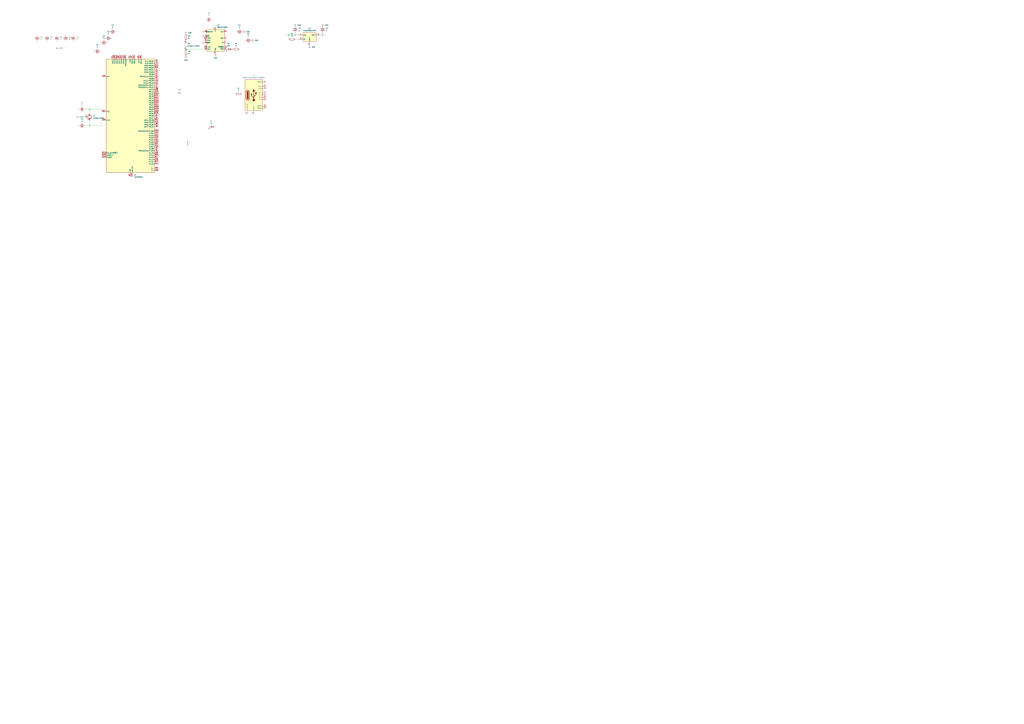
<source format=kicad_sch>
(kicad_sch (version 20211123) (generator eeschema)
  (paper "A0")
  (lib_symbols
    (symbol "Battery_Management:BQ24075RGT"
      (property "Reference" "U" (at -8.89 13.97 0))
      (property "Value" "BQ24075RGT" (at 16.51 13.97 0))
      (symbol "BQ24075RGT_0_1"
        (rectangle (start -10.16 12.7) (end 10.16 -12.7) (stroke (width 0.254)) (fill (type background)))
      )
      (symbol "BQ24075RGT_1_1"
        (pin passive line (at 12.7 -2.54 180) (length 2.54) (name "TS") (number "1"))
        (pin power_out line (at 12.7 10.16 180) (length 2.54) (name "OUT") (number "10"))
        (pin passive line (at 12.7 10.16 180) (length 2.54) hide (name "OUT") (number "11"))
        (pin passive line (at -12.7 -7.62 0) (length 2.54) (name "ILIM") (number "12"))
        (pin power_in line (at 0 15.24 270) (length 2.54) (name "IN") (number "13"))
        (pin input line (at -12.7 2.54 0) (length 2.54) (name "TMR") (number "14"))
        (pin input line (at -12.7 10.16 0) (length 2.54) (name "SYSOFF") (number "15"))
        (pin passive line (at -12.7 -10.16 0) (length 2.54) (name "ISET") (number "16"))
        (pin passive line (at 0 -15.24 90) (length 2.54) hide (name "VSS") (number "17"))
        (pin power_out line (at 12.7 2.54 180) (length 2.54) (name "BAT") (number "2"))
        (pin passive line (at 12.7 2.54 180) (length 2.54) hide (name "BAT") (number "3"))
        (pin input line (at -12.7 5.08 0) (length 2.54) (name "~{CE}") (number "4"))
        (pin input line (at -12.7 -2.54 0) (length 2.54) (name "EN2") (number "5"))
        (pin input line (at -12.7 0 0) (length 2.54) (name "EN1") (number "6"))
        (pin open_collector line (at 12.7 -7.62 180) (length 2.54) (name "~{PGOOD}") (number "7"))
        (pin power_in line (at 0 -15.24 90) (length 2.54) (name "VSS") (number "8"))
        (pin open_collector line (at 12.7 -10.16 180) (length 2.54) (name "~{CHG}") (number "9"))
      )
    )
    (symbol "Connector:USB_C_Receptacle_USB2.0" (pin_names (offset 1.016))
      (property "Reference" "J" (at -10.16 19.05 0))
      (property "Value" "USB_C_Receptacle_USB2.0" (at 19.05 19.05 0))
      (symbol "USB_C_Receptacle_USB2.0_0_0"
        (rectangle (start -0.254 -17.78) (end 0.254 -16.764))
        (rectangle (start 10.16 -14.986) (end 9.144 -15.494))
        (rectangle (start 10.16 -12.446) (end 9.144 -12.954))
        (rectangle (start 10.16 -4.826) (end 9.144 -5.334))
        (rectangle (start 10.16 -2.286) (end 9.144 -2.794))
        (rectangle (start 10.16 0.254) (end 9.144 -0.254))
        (rectangle (start 10.16 2.794) (end 9.144 2.286))
        (rectangle (start 10.16 7.874) (end 9.144 7.366))
        (rectangle (start 10.16 10.414) (end 9.144 9.906))
        (rectangle (start 10.16 15.494) (end 9.144 14.986))
      )
      (symbol "USB_C_Receptacle_USB2.0_0_1"
        (rectangle (start -10.16 17.78) (end 10.16 -17.78) (stroke (width 0.254)) (fill (type background)))
        (arc (start -8.89 -3.81) (mid -6.985 -5.715) (end -5.08 -3.81) (stroke (width 0.508)))
        (arc (start -7.62 -3.81) (mid -6.985 -4.445) (end -6.35 -3.81) (stroke (width 0.254)))
        (arc (start -7.62 -3.81) (mid -6.985 -4.445) (end -6.35 -3.81) (stroke (width 0.254)) (fill (type outline)))
        (rectangle (start -7.62 -3.81) (end -6.35 3.81) (stroke (width 0.254)) (fill (type outline)))
        (arc (start -6.35 3.81) (mid -6.985 4.445) (end -7.62 3.81) (stroke (width 0.254)))
        (arc (start -6.35 3.81) (mid -6.985 4.445) (end -7.62 3.81) (stroke (width 0.254)) (fill (type outline)))
        (arc (start -5.08 3.81) (mid -6.985 5.715) (end -8.89 3.81) (stroke (width 0.508)))
        (circle (center -2.54 1.143) (radius 0.635) (stroke (width 0.254)) (fill (type outline)))
        (circle (center 0 -5.842) (radius 1.27) (fill (type outline)))
        (polyline (pts (xy -8.89 -3.81) (xy -8.89 3.81)) (stroke (width 0.508)))
        (polyline (pts (xy -5.08 3.81) (xy -5.08 -3.81)) (stroke (width 0.508)))
        (polyline (pts (xy 0 -5.842) (xy 0 4.318)) (stroke (width 0.508)))
        (polyline (pts (xy 0 -3.302) (xy -2.54 -0.762) (xy -2.54 0.508)) (stroke (width 0.508)))
        (polyline (pts (xy 0 -2.032) (xy 2.54 0.508) (xy 2.54 1.778)) (stroke (width 0.508)))
        (polyline (pts (xy -1.27 4.318) (xy 0 6.858) (xy 1.27 4.318) (xy -1.27 4.318)) (stroke (width 0.254)) (fill (type outline)))
        (rectangle (start 1.905 1.778) (end 3.175 3.048) (stroke (width 0.254)) (fill (type outline)))
      )
      (symbol "USB_C_Receptacle_USB2.0_1_1"
        (pin passive line (at 0 -22.86 90) (length 5.08) (name "GND") (number "A1"))
        (pin passive line (at 0 -22.86 90) (length 5.08) hide (name "GND") (number "A12"))
        (pin passive line (at 15.24 15.24 180) (length 5.08) (name "VBUS") (number "A4"))
        (pin bidirectional line (at 15.24 10.16 180) (length 5.08) (name "CC1") (number "A5"))
        (pin bidirectional line (at 15.24 -2.54 180) (length 5.08) (name "D+") (number "A6"))
        (pin bidirectional line (at 15.24 2.54 180) (length 5.08) (name "D-") (number "A7"))
        (pin bidirectional line (at 15.24 -12.7 180) (length 5.08) (name "SBU1") (number "A8"))
        (pin passive line (at 15.24 15.24 180) (length 5.08) hide (name "VBUS") (number "A9"))
        (pin passive line (at 0 -22.86 90) (length 5.08) hide (name "GND") (number "B1"))
        (pin passive line (at 0 -22.86 90) (length 5.08) hide (name "GND") (number "B12"))
        (pin passive line (at 15.24 15.24 180) (length 5.08) hide (name "VBUS") (number "B4"))
        (pin bidirectional line (at 15.24 7.62 180) (length 5.08) (name "CC2") (number "B5"))
        (pin bidirectional line (at 15.24 -5.08 180) (length 5.08) (name "D+") (number "B6"))
        (pin bidirectional line (at 15.24 0 180) (length 5.08) (name "D-") (number "B7"))
        (pin bidirectional line (at 15.24 -15.24 180) (length 5.08) (name "SBU2") (number "B8"))
        (pin passive line (at 15.24 15.24 180) (length 5.08) hide (name "VBUS") (number "B9"))
        (pin passive line (at -7.62 -22.86 90) (length 5.08) (name "SHIELD") (number "S1"))
      )
    )
    (symbol "Device:C" (pin_numbers hide) (pin_names (offset 0.254))
      (property "Reference" "C" (at 0.635 2.54 0))
      (property "Value" "C" (at 0.635 -2.54 0))
      (symbol "C_0_1"
        (polyline (pts (xy -2.032 -0.762) (xy 2.032 -0.762)) (stroke (width 0.508)))
        (polyline (pts (xy -2.032 0.762) (xy 2.032 0.762)) (stroke (width 0.508)))
      )
      (symbol "C_1_1"
        (pin passive line (at 0 3.81 270) (length 2.794) (name "~") (number "1"))
        (pin passive line (at 0 -3.81 90) (length 2.794) (name "~") (number "2"))
      )
    )
    (symbol "Device:Crystal_GND2" (pin_names (offset 1.016) hide)
      (property "Reference" "Y" (at 0 5.715 0))
      (property "Value" "Crystal_GND2" (at 0 3.81 0))
      (symbol "Crystal_GND2_0_1"
        (rectangle (start -1.143 2.54) (end 1.143 -2.54) (stroke (width 0.3048)))
        (polyline (pts (xy -2.54 0) (xy -1.905 0)))
        (polyline (pts (xy -1.905 -1.27) (xy -1.905 1.27)) (stroke (width 0.508)))
        (polyline (pts (xy 0 -3.81) (xy 0 -3.556)))
        (polyline (pts (xy 1.905 0) (xy 2.54 0)))
        (polyline (pts (xy 1.905 1.27) (xy 1.905 -1.27)) (stroke (width 0.508)))
        (polyline (pts (xy -2.54 -2.286) (xy -2.54 -3.556) (xy 2.54 -3.556) (xy 2.54 -2.286)))
      )
      (symbol "Crystal_GND2_1_1"
        (pin passive line (at -3.81 0 0) (length 1.27) (name "1") (number "1"))
        (pin passive line (at 0 -5.08 90) (length 1.27) (name "2") (number "2"))
        (pin passive line (at 3.81 0 180) (length 1.27) (name "3") (number "3"))
      )
    )
    (symbol "Device:L" (pin_numbers hide) (pin_names (offset 1.016) hide)
      (property "Reference" "L" (at -1.27 0 90))
      (property "Value" "L" (at 1.905 0 90))
      (symbol "L_0_1"
        (arc (start 0 -2.54) (mid 0.635 -1.905) (end 0 -1.27))
        (arc (start 0 -1.27) (mid 0.635 -0.635) (end 0 0))
        (arc (start 0 0) (mid 0.635 0.635) (end 0 1.27))
        (arc (start 0 1.27) (mid 0.635 1.905) (end 0 2.54))
      )
      (symbol "L_1_1"
        (pin passive line (at 0 3.81 270) (length 1.27) (name "1") (number "1"))
        (pin passive line (at 0 -3.81 90) (length 1.27) (name "2") (number "2"))
      )
    )
    (symbol "Device:LED" (pin_numbers hide) (pin_names (offset 1.016) hide)
      (property "Reference" "D" (at 0 2.54 0))
      (property "Value" "LED" (at 0 -2.54 0))
      (symbol "LED_0_1"
        (polyline (pts (xy -1.27 -1.27) (xy -1.27 1.27)) (stroke (width 0.254)))
        (polyline (pts (xy -1.27 0) (xy 1.27 0)))
        (polyline (pts (xy 1.27 -1.27) (xy 1.27 1.27) (xy -1.27 0) (xy 1.27 -1.27)) (stroke (width 0.254)))
        (polyline (pts (xy -3.048 -0.762) (xy -4.572 -2.286) (xy -3.81 -2.286) (xy -4.572 -2.286) (xy -4.572 -1.524)))
        (polyline (pts (xy -1.778 -0.762) (xy -3.302 -2.286) (xy -2.54 -2.286) (xy -3.302 -2.286) (xy -3.302 -1.524)))
      )
      (symbol "LED_1_1"
        (pin passive line (at -3.81 0 0) (length 2.54) (name "K") (number "1"))
        (pin passive line (at 3.81 0 180) (length 2.54) (name "A") (number "2"))
      )
    )
    (symbol "Device:R" (pin_numbers hide) (pin_names (offset 0))
      (property "Reference" "R" (at 2.032 0 90))
      (property "Value" "R" (at 0 0 90))
      (symbol "R_0_1"
        (rectangle (start -1.016 -2.54) (end 1.016 2.54) (stroke (width 0.254)))
      )
      (symbol "R_1_1"
        (pin passive line (at 0 3.81 270) (length 1.27) (name "~") (number "1"))
        (pin passive line (at 0 -3.81 90) (length 1.27) (name "~") (number "2"))
      )
    )
    (symbol "Jumper:Jumper_2_Open" (pin_names (offset 0) hide)
      (property "Reference" "JP" (at 0 2.794 0))
      (property "Value" "Jumper_2_Open" (at 0 -2.286 0))
      (symbol "Jumper_2_Open_0_0"
        (circle (center -2.032 0) (radius 0.508))
        (circle (center 2.032 0) (radius 0.508))
      )
      (symbol "Jumper_2_Open_0_1"
        (arc (start 1.524 1.27) (mid 0 1.778) (end -1.524 1.27))
      )
      (symbol "Jumper_2_Open_1_1"
        (pin passive line (at -5.08 0 0) (length 2.54) (name "A") (number "1"))
        (pin passive line (at 5.08 0 180) (length 2.54) (name "B") (number "2"))
      )
    )
    (symbol "MCU_Nordic:nRF52840"
      (property "Reference" "U" (at 0 5.08 0))
      (property "Value" "nRF52840" (at 0 2.54 0))
      (symbol "nRF52840_0_1"
        (rectangle (start -27.94 66.04) (end 27.94 -66.04) (stroke (width 0.254)) (fill (type background)))
      )
      (symbol "nRF52840_1_1"
        (pin bidirectional line (at 33.02 -7.62 180) (length 5.08) (name "AIN5/P0.29") (number "A10"))
        (pin bidirectional line (at 33.02 58.42 180) (length 5.08) (name "AIN0/P0.02") (number "A12"))
        (pin bidirectional line (at 33.02 -55.88 180) (length 5.08) (name "P1.15") (number "A14"))
        (pin bidirectional line (at 33.02 -50.8 180) (length 5.08) (name "P1.13") (number "A16"))
        (pin passive line (at -17.78 71.12 270) (length 5.08) (name "DEC2") (number "A18"))
        (pin bidirectional line (at 33.02 -43.18 180) (length 5.08) (name "P1.10") (number "A20"))
        (pin passive line (at 0 71.12 270) (length 5.08) hide (name "VDD") (number "A22"))
        (pin input line (at -33.02 -5.08 0) (length 5.08) (name "XC2") (number "A23"))
        (pin bidirectional line (at 33.02 -12.7 180) (length 5.08) (name "AIN7/P0.31") (number "A8"))
        (pin input line (at -33.02 -45.72 0) (length 5.08) (name "SWDCLK") (number "AA24"))
        (pin power_out line (at 12.7 71.12 270) (length 5.08) (name "DCCH") (number "AB2"))
        (pin bidirectional line (at 33.02 22.86 180) (length 5.08) (name "P0.16") (number "AC11"))
        (pin bidirectional line (at -33.02 -43.18 0) (length 5.08) (name "P0.18/~{RESET}") (number "AC13"))
        (pin bidirectional line (at 33.02 17.78 180) (length 5.08) (name "P0.19") (number "AC15"))
        (pin bidirectional line (at 33.02 12.7 180) (length 5.08) (name "P0.21") (number "AC17"))
        (pin bidirectional line (at 33.02 7.62 180) (length 5.08) (name "P0.23") (number "AC19"))
        (pin bidirectional line (at 33.02 2.54 180) (length 5.08) (name "P0.25") (number "AC21"))
        (pin bidirectional line (at -33.02 -48.26 0) (length 5.08) (name "SWDIO") (number "AC24"))
        (pin passive line (at -5.08 71.12 270) (length 5.08) (name "DECUSB") (number "AC5"))
        (pin bidirectional line (at 33.02 27.94 180) (length 5.08) (name "P0.14") (number "AC9"))
        (pin bidirectional line (at 33.02 25.4 180) (length 5.08) (name "P0.15") (number "AD10"))
        (pin bidirectional line (at 33.02 20.32 180) (length 5.08) (name "P0.17") (number "AD12"))
        (pin passive line (at 0 71.12 270) (length 5.08) hide (name "VDD") (number "AD14"))
        (pin bidirectional line (at 33.02 15.24 180) (length 5.08) (name "P0.20") (number "AD16"))
        (pin bidirectional line (at 33.02 10.16 180) (length 5.08) (name "P0.22") (number "AD18"))
        (pin power_in line (at 5.08 71.12 270) (length 5.08) (name "VBUS") (number "AD2"))
        (pin bidirectional line (at 33.02 5.08 180) (length 5.08) (name "P0.24") (number "AD20"))
        (pin bidirectional line (at 33.02 -17.78 180) (length 5.08) (name "TRACEDATA0/P1.00") (number "AD22"))
        (pin passive line (at 0 71.12 270) (length 5.08) hide (name "VDD") (number "AD23"))
        (pin bidirectional line (at 33.02 -60.96 180) (length 5.08) (name "D-") (number "AD4"))
        (pin bidirectional line (at 33.02 -63.5 180) (length 5.08) (name "D+") (number "AD6"))
        (pin bidirectional line (at 33.02 30.48 180) (length 5.08) (name "P0.13") (number "AD8"))
        (pin power_in line (at 0 71.12 270) (length 5.08) (name "VDD") (number "B1"))
        (pin bidirectional line (at 33.02 -5.08 180) (length 5.08) (name "AIN4/P0.28") (number "B11"))
        (pin bidirectional line (at 33.02 55.88 180) (length 5.08) (name "AIN1/P0.03") (number "B13"))
        (pin bidirectional line (at 33.02 -53.34 180) (length 5.08) (name "P1.14") (number "B15"))
        (pin bidirectional line (at 33.02 -48.26 180) (length 5.08) (name "P1.12") (number "B17"))
        (pin bidirectional line (at 33.02 -45.72 180) (length 5.08) (name "P1.11") (number "B19"))
        (pin input line (at -33.02 5.08 0) (length 5.08) (name "XC1") (number "B24"))
        (pin power_out line (at 10.16 71.12 270) (length 5.08) (name "DCC") (number "B3"))
        (pin passive line (at -12.7 71.12 270) (length 5.08) (name "DEC4") (number "B5"))
        (pin power_in line (at 0 -71.12 90) (length 5.08) (name "VSS") (number "B7"))
        (pin bidirectional line (at 33.02 -10.16 180) (length 5.08) (name "AIN6/P0.30") (number "B9"))
        (pin passive line (at -20.32 71.12 270) (length 5.08) (name "DEC1") (number "C1"))
        (pin bidirectional line (at 33.02 63.5 180) (length 5.08) (name "XL1/P0.00") (number "D2"))
        (pin passive line (at -15.24 71.12 270) (length 5.08) (name "DEC3") (number "D23"))
        (pin passive line (at -7.62 71.12 270) (length 5.08) (name "DEC6") (number "E24"))
        (pin passive line (at 0 -71.12 90) (length 5.08) hide (name "VSS") (number "EP"))
        (pin bidirectional line (at 33.02 60.96 180) (length 5.08) (name "XL2/P0.01") (number "F2"))
        (pin power_in line (at 2.54 -71.12 90) (length 5.08) (name "VSS_PA") (number "F23"))
        (pin bidirectional line (at 33.02 0 180) (length 5.08) (name "P0.26") (number "G1"))
        (pin bidirectional line (at 33.02 -2.54 180) (length 5.08) (name "P0.27") (number "H2"))
        (pin passive line (at -33.02 45.72 0) (length 5.08) (name "ANT") (number "H23"))
        (pin bidirectional line (at 33.02 53.34 180) (length 5.08) (name "AIN2/P0.04") (number "J1"))
        (pin bidirectional line (at 33.02 38.1 180) (length 5.08) (name "NFC2/P0.10") (number "J24"))
        (pin bidirectional line (at 33.02 50.8 180) (length 5.08) (name "AIN3/P0.05") (number "K2"))
        (pin bidirectional line (at 33.02 48.26 180) (length 5.08) (name "P0.06") (number "L1"))
        (pin bidirectional line (at 33.02 40.64 180) (length 5.08) (name "NFC1/P0.09") (number "L24"))
        (pin bidirectional line (at 33.02 45.72 180) (length 5.08) (name "TRACECLK/P0.07") (number "M2"))
        (pin bidirectional line (at 33.02 43.18 180) (length 5.08) (name "P0.08") (number "N1"))
        (pin passive line (at -10.16 71.12 270) (length 5.08) (name "DEC5") (number "N24"))
        (pin bidirectional line (at 33.02 -38.1 180) (length 5.08) (name "P1.08") (number "P2"))
        (pin bidirectional line (at 33.02 -35.56 180) (length 5.08) (name "P1.07") (number "P23"))
        (pin bidirectional line (at 33.02 -40.64 180) (length 5.08) (name "TRACEDATA3/P1.09") (number "R1"))
        (pin bidirectional line (at 33.02 -33.02 180) (length 5.08) (name "P1.06") (number "R24"))
        (pin bidirectional line (at 33.02 35.56 180) (length 5.08) (name "TRACEDATA2/P0.11") (number "T2"))
        (pin bidirectional line (at 33.02 -30.48 180) (length 5.08) (name "P1.05") (number "T23"))
        (pin bidirectional line (at 33.02 33.02 180) (length 5.08) (name "TRACEDATA1/P0.12") (number "U1"))
        (pin bidirectional line (at 33.02 -27.94 180) (length 5.08) (name "P1.04") (number "U24"))
        (pin bidirectional line (at 33.02 -25.4 180) (length 5.08) (name "P1.03") (number "V23"))
        (pin passive line (at 0 71.12 270) (length 5.08) hide (name "VDD") (number "W1"))
        (pin bidirectional line (at 33.02 -22.86 180) (length 5.08) (name "P1.02") (number "W24"))
        (pin power_in line (at 2.54 71.12 270) (length 5.08) (name "VDDH") (number "Y2"))
        (pin bidirectional line (at 33.02 -20.32 180) (length 5.08) (name "P1.01") (number "Y23"))
      )
    )
    (symbol "Regulator_Linear:XC6220B331MR"
      (property "Reference" "U" (at 0 8.89 0))
      (property "Value" "XC6220B331MR" (at 0 6.35 0))
      (symbol "XC6220B331MR_0_1"
        (rectangle (start -7.62 5.08) (end 7.62 -5.08) (stroke (width 0.254)) (fill (type background)))
      )
      (symbol "XC6220B331MR_1_1"
        (pin power_in line (at -12.7 2.54 0) (length 5.08) (name "VIN") (number "1"))
        (pin power_in line (at 0 -10.16 90) (length 5.08) (name "GND") (number "2"))
        (pin input line (at -12.7 -2.54 0) (length 5.08) (name "CE") (number "3"))
        (pin no_connect line (at 12.7 -2.54 180) (length 5.08) hide (name "NC") (number "4"))
        (pin power_out line (at 12.7 2.54 180) (length 5.08) (name "VOUT") (number "5"))
      )
    )
    (symbol "power:GND" (power) (pin_names (offset 0))
      (property "Value" "GND" (at 0 -3.81 0))
      (symbol "GND_0_1"
        (polyline (pts (xy 0 0) (xy 0 -1.27) (xy 1.27 -1.27) (xy 0 -2.54) (xy -1.27 -1.27) (xy 0 -1.27)))
      )
      (symbol "GND_1_1"
        (pin power_in line (at 0 0 270) (length 0) hide (name "GND") (number "1"))
      )
    )
  )
  (junction (at 335.28 40.64))
  (junction (at 342.9 40.64))
  (junction (at 215.9 57.15))
  (junction (at 104.14 127))
  (junction (at 104.14 146.05))
  (junction (at 374.65 40.64))
  (no_connect (at 237.49 54.61))
  (no_connect (at 237.49 44.45))
  (no_connect (at 262.89 54.61))
  (wire (pts (xy 104.14 127) (xy 99.06 127)))
  (wire (pts (xy 104.14 132.08) (xy 104.14 127)))
  (wire (pts (xy 331.47 40.64) (xy 335.28 40.64)))
  (wire (pts (xy 335.28 45.72) (xy 335.28 40.64)))
  (wire (pts (xy 342.9 40.64) (xy 346.71 40.64)))
  (wire (pts (xy 118.11 146.05) (xy 104.14 146.05)))
  (wire (pts (xy 91.44 135.89) (xy 99.06 135.89)))
  (wire (pts (xy 118.11 127) (xy 118.11 129.54)))
  (wire (pts (xy 342.9 45.72) (xy 346.71 45.72)))
  (wire (pts (xy 104.14 127) (xy 118.11 127)))
  (wire (pts (xy 215.9 57.15) (xy 237.49 57.15)))
  (wire (pts (xy 342.9 38.1) (xy 342.9 40.64)))
  (wire (pts (xy 99.06 146.05) (xy 104.14 146.05)))
  (wire (pts (xy 374.65 40.64) (xy 378.46 40.64)))
  (wire (pts (xy 372.11 40.64) (xy 374.65 40.64)))
  (wire (pts (xy 118.11 139.7) (xy 118.11 146.05)))
  (wire (pts (xy 104.14 146.05) (xy 104.14 139.7)))
  (wire (pts (xy 374.65 38.1) (xy 374.65 40.64)))
  (wire (pts (xy 335.28 40.64) (xy 342.9 40.64)))
  (symbol (lib_id "power:GND") (at 66.04 54.61 0) (unit 1)
    (property "Reference" "#PWR?" (effects hide))
    (property "Value" "GND" (at 68.58 55.8799 0) (effects (justify left)))
  )
  (symbol (lib_id "Device:R") (at 274.32 57.15 90) (unit 1)
    (property "Reference" "R?" (at 274.32 50.8 90))
    (property "Value" "R" (at 274.32 53.34 90))
  )
  (symbol (lib_id "Device:R") (at 215.9 43.18 0) (unit 1)
    (property "Reference" "R?" (at 218.44 41.9099 0) (effects (justify left)))
    (property "Value" "R" (at 218.44 44.4499 0) (effects (justify left)))
  )
  (symbol (lib_id "power:GND") (at 292.1 46.99 90) (unit 1)
    (property "Reference" "#PWR?" (effects hide))
    (property "Value" "GND" (at 295.91 46.9899 90) (effects (justify right)))
  )
  (symbol (lib_id "Device:C") (at 278.13 36.83 90) (unit 1)
    (property "Reference" "C?" (at 278.13 29.21 90))
    (property "Value" "C" (at 278.13 31.75 90))
  )
  (symbol (lib_id "Device:LED") (at 266.7 57.15 0) (unit 1)
    (property "Reference" "D?" (at 265.1125 50.8 0))
    (property "Value" "LED" (at 265.1125 53.34 0))
  )
  (symbol (lib_id "power:GND") (at 342.9 30.48 180) (unit 1)
    (property "Reference" "#PWR?" (effects hide))
    (property "Value" "GND" (at 345.44 29.2099 0) (effects (justify right)))
  )
  (symbol (lib_id "Device:C") (at 95.25 127 90) (unit 1)
    (property "Reference" "C?" (at 95.25 119.38 90))
    (property "Value" "C" (at 95.25 121.92 90))
  )
  (symbol (lib_id "Device:C") (at 95.25 146.05 90) (unit 1)
    (property "Reference" "C?" (at 95.25 138.43 90))
    (property "Value" "C" (at 95.25 140.97 90))
  )
  (symbol (lib_id "Device:C") (at 374.65 34.29 180) (unit 1)
    (property "Reference" "C?" (at 378.46 33.0199 0) (effects (justify right)))
    (property "Value" "C" (at 378.46 35.5599 0) (effects (justify right)))
  )
  (symbol (lib_id "Device:LED") (at 246.38 147.32 0) (unit 1)
    (property "Reference" "D?" (at 244.7925 140.97 0))
    (property "Value" "LED" (at 244.7925 143.51 0))
  )
  (symbol (lib_id "Connector:USB_C_Receptacle_USB2.0") (at 294.64 110.49 0) (unit 1)
    (property "Reference" "J?" (at 294.64 87.63 0))
    (property "Value" "USB_C_Receptacle_USB2.0" (at 294.64 90.17 0))
    (property "Datasheet" "https://www.usb.org/sites/default/files/documents/usb_type-c.zip" (effects hide))
  )
  (symbol (lib_id "power:GND") (at 359.41 53.34 0) (unit 1)
    (property "Reference" "#PWR?" (effects hide))
    (property "Value" "GND" (at 361.95 54.6099 0) (effects (justify left)))
  )
  (symbol (lib_id "Device:C") (at 66.04 44.45 180) (unit 1)
    (property "Reference" "C?" (at 69.85 43.1799 0) (effects (justify right)))
    (property "Value" "C" (at 69.85 45.7199 0) (effects (justify right)))
  )
  (symbol (lib_id "Device:C") (at 120.65 49.53 270) (unit 1)
    (property "Reference" "C?" (at 120.65 41.91 90))
    (property "Value" "C" (at 120.65 44.45 90))
  )
  (symbol (lib_id "power:GND") (at 374.65 30.48 180) (unit 1)
    (property "Reference" "#PWR?" (effects hide))
    (property "Value" "GND" (at 377.19 29.2099 0) (effects (justify right)))
  )
  (symbol (lib_id "Device:C") (at 54.61 44.45 180) (unit 1)
    (property "Reference" "C?" (at 58.42 43.1799 0) (effects (justify right)))
    (property "Value" "C" (at 58.42 45.7199 0) (effects (justify right)))
  )
  (symbol (lib_id "power:GND") (at 281.94 36.83 90) (unit 1)
    (property "Reference" "#PWR?" (effects hide))
    (property "Value" "GND" (at 285.75 36.8299 90) (effects (justify right)))
  )
  (symbol (lib_id "Device:C") (at 113.03 59.69 270) (unit 1)
    (property "Reference" "C?" (at 113.03 52.07 90))
    (property "Value" "C" (at 113.03 54.61 90))
  )
  (symbol (lib_id "Device:L") (at 217.17 166.37 0) (unit 1)
    (property "Reference" "L?" (at 218.44 165.0999 0) (effects (justify left)))
    (property "Value" "L" (at 218.44 167.6399 0) (effects (justify left)))
  )
  (symbol (lib_id "Device:R") (at 215.9 60.96 0) (unit 1)
    (property "Reference" "R?" (at 218.44 59.6899 0) (effects (justify left)))
    (property "Value" "R" (at 218.44 62.2299 0) (effects (justify left)))
  )
  (symbol (lib_id "Device:C") (at 85.09 44.45 180) (unit 1)
    (property "Reference" "C?" (at 88.9 43.1799 0) (effects (justify right)))
    (property "Value" "C" (at 88.9 45.7199 0) (effects (justify right)))
  )
  (symbol (lib_id "Device:C") (at 342.9 34.29 180) (unit 1)
    (property "Reference" "C?" (at 346.71 33.0199 0) (effects (justify right)))
    (property "Value" "C" (at 346.71 35.5599 0) (effects (justify right)))
  )
  (symbol (lib_id "power:GND") (at 91.44 135.89 270) (unit 1)
    (property "Reference" "#PWR?" (effects hide))
    (property "Value" "GND" (at 92.71 135.8899 90) (effects (justify left)))
  )
  (symbol (lib_id "Device:C") (at 76.2 44.45 180) (unit 1)
    (property "Reference" "C?" (at 80.01 43.1799 0) (effects (justify right)))
    (property "Value" "C" (at 80.01 45.7199 0) (effects (justify right)))
  )
  (symbol (lib_id "Device:C") (at 43.18 44.45 180) (unit 1)
    (property "Reference" "C?" (at 46.99 43.1799 0) (effects (justify right)))
    (property "Value" "C" (at 46.99 45.7199 0) (effects (justify right)))
  )
  (symbol (lib_id "Device:R") (at 276.86 109.22 90) (unit 1)
    (property "Reference" "R?" (at 276.86 102.87 90))
    (property "Value" "R" (at 276.86 105.41 90))
  )
  (symbol (lib_id "Device:C") (at 288.29 46.99 90) (unit 1)
    (property "Reference" "C?" (at 288.29 39.37 90))
    (property "Value" "C" (at 288.29 41.91 90))
  )
  (symbol (lib_id "power:GND") (at 237.49 36.83 270) (unit 1)
    (property "Reference" "#PWR?" (effects hide))
    (property "Value" "GND" (at 238.76 36.8299 90) (effects (justify left)))
  )
  (symbol (lib_id "Device:C") (at 125.73 44.45 270) (unit 1)
    (property "Reference" "C?" (at 125.73 36.83 90))
    (property "Value" "C" (at 125.73 39.37 90))
  )
  (symbol (lib_id "power:GND") (at 237.49 41.91 270) (unit 1)
    (property "Reference" "#PWR?" (effects hide))
    (property "Value" "GND" (at 238.76 41.9099 90) (effects (justify left)))
  )
  (symbol (lib_id "power:GND") (at 237.49 49.53 270) (unit 1)
    (property "Reference" "#PWR?" (effects hide))
    (property "Value" "GND" (at 238.76 49.5299 90) (effects (justify left)))
  )
  (symbol (lib_id "Device:C") (at 242.57 22.86 90) (unit 1)
    (property "Reference" "C?" (at 242.57 15.24 90))
    (property "Value" "C" (at 242.57 17.78 90))
  )
  (symbol (lib_id "power:GND") (at 215.9 64.77 0) (unit 1)
    (property "Reference" "#PWR?" (effects hide))
    (property "Value" "GND" (at 215.9 69.85 0))
  )
  (symbol (lib_id "Device:C") (at 130.81 36.83 270) (unit 1)
    (property "Reference" "C?" (at 130.81 29.21 90))
    (property "Value" "C" (at 130.81 31.75 90))
  )
  (symbol (lib_id "power:GND") (at 215.9 39.37 180) (unit 1)
    (property "Reference" "#PWR?" (effects hide))
    (property "Value" "GND" (at 218.44 38.0999 0) (effects (justify right)))
  )
  (symbol (lib_id "Device:Crystal_GND2") (at 104.14 135.89 270) (unit 1)
    (property "Reference" "Y?" (at 107.95 134.6199 90) (effects (justify left)))
    (property "Value" "Crystal_GND2" (at 107.95 137.1599 90) (effects (justify left)))
  )
  (symbol (lib_id "Regulator_Linear:XC6220B331MR") (at 359.41 43.18 0) (unit 1)
    (property "Reference" "U?" (at 359.41 33.02 0))
    (property "Value" "XC6220B331MR" (at 359.41 35.56 0))
    (property "Footprint" "Package_TO_SOT_SMD:SOT-23-5" (effects hide))
    (property "Datasheet" "https://www.torexsemi.com/file/xc6220/XC6220.pdf" (effects hide))
  )
  (symbol (lib_id "Battery_Management:BQ24075RGT") (at 250.19 46.99 0) (unit 1)
    (property "Reference" "U?" (at 252.2094 29.21 0) (effects (justify left)))
    (property "Value" "BQ24075RGT" (at 252.2094 31.75 0) (effects (justify left)))
    (property "Footprint" "Package_DFN_QFN:VQFN-16-1EP_3x3mm_P0.5mm_EP1.6x1.6mm" (effects hide))
    (property "Datasheet" "http://www.ti.com/lit/ds/symlink/bq24075.pdf" (effects hide))
  )
  (symbol (lib_id "power:GND") (at 250.19 62.23 0) (unit 1)
    (property "Reference" "#PWR?" (effects hide))
    (property "Value" "GND" (at 250.19 67.31 0))
  )
  (symbol (lib_id "power:GND") (at 208.28 102.87 0) (unit 1)
    (property "Reference" "#PWR?" (effects hide))
    (property "Value" "GND" (at 208.28 107.95 0))
  )
  (symbol (lib_id "MCU_Nordic:nRF52840") (at 151.13 134.62 0) (unit 1)
    (property "Reference" "U?" (at 155.6894 203.2 0) (effects (justify left)))
    (property "Value" "nRF52840" (at 155.6894 205.74 0) (effects (justify left)))
    (property "Footprint" "Package_DFN_QFN:Nordic_AQFN-73-1EP_7x7mm_P0.5mm" (effects hide))
    (property "Datasheet" "http://infocenter.nordicsemi.com/topic/com.nordic.infocenter.nrf52/dita/nrf52/chips/nrf52840.html" (effects hide))
  )
  (symbol (lib_id "Jumper:Jumper_2_Open") (at 215.9 52.07 90) (unit 1)
    (property "Reference" "JP?" (at 217.17 50.7999 90) (effects (justify right)))
    (property "Value" "Jumper_2_Open" (at 217.17 53.3399 90) (effects (justify right)))
  )
  (symbol (lib_id "Device:R") (at 339.09 45.72 90) (unit 1)
    (property "Reference" "R?" (at 339.09 39.37 90))
    (property "Value" "R" (at 339.09 41.91 90))
  )
)
</source>
